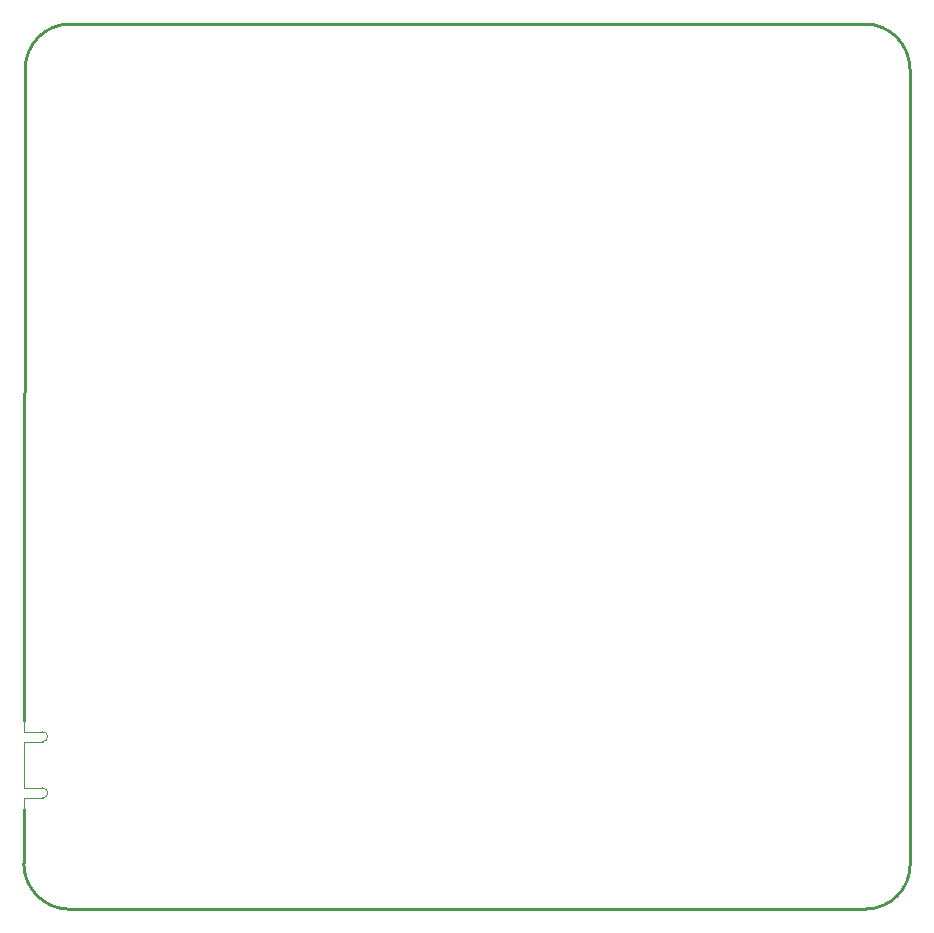
<source format=gm1>
%TF.GenerationSoftware,KiCad,Pcbnew,(6.0.7)*%
%TF.CreationDate,2022-11-10T16:47:27-05:00*%
%TF.ProjectId,_HW_HandyRadio_,5f48575f-4861-46e6-9479-526164696f5f,rev?*%
%TF.SameCoordinates,Original*%
%TF.FileFunction,Profile,NP*%
%FSLAX46Y46*%
G04 Gerber Fmt 4.6, Leading zero omitted, Abs format (unit mm)*
G04 Created by KiCad (PCBNEW (6.0.7)) date 2022-11-10 16:47:27*
%MOMM*%
%LPD*%
G01*
G04 APERTURE LIST*
%TA.AperFunction,Profile*%
%ADD10C,0.254000*%
%TD*%
%TA.AperFunction,Profile*%
%ADD11C,0.100000*%
%TD*%
G04 APERTURE END LIST*
D10*
X257837202Y-176575181D02*
X257812981Y-109236000D01*
X254102888Y-180348215D02*
X186700452Y-180381400D01*
X186727292Y-105427008D02*
G75*
G03*
X182917000Y-109228534I-7692J-3802592D01*
G01*
X182788852Y-176469766D02*
X182809800Y-171900300D01*
X257812949Y-109236000D02*
G75*
G03*
X254037000Y-105426000I-3809649J500D01*
G01*
X182788900Y-176469766D02*
G75*
G03*
X186700452Y-180381400I3904800J-6834D01*
G01*
X254102888Y-180348203D02*
G75*
G03*
X257837202Y-176575181I-9488J3743903D01*
G01*
X182809800Y-164400300D02*
X182917000Y-109228534D01*
X186727292Y-105427078D02*
X254037000Y-105426000D01*
D11*
X184384800Y-170100300D02*
X182809800Y-170100300D01*
X182809800Y-166200300D02*
X182809800Y-170100300D01*
X184384800Y-166200300D02*
X182809800Y-166200300D01*
X184384800Y-165350300D02*
X182809800Y-165350300D01*
X182809800Y-170950300D02*
X182809800Y-171900300D01*
X182809800Y-164400300D02*
X182809800Y-165350300D01*
X184384800Y-170950300D02*
X182809800Y-170950300D01*
X184384800Y-170950300D02*
G75*
G03*
X184384800Y-170100300I0J425000D01*
G01*
X184384800Y-166200300D02*
G75*
G03*
X184384800Y-165350300I0J425000D01*
G01*
M02*

</source>
